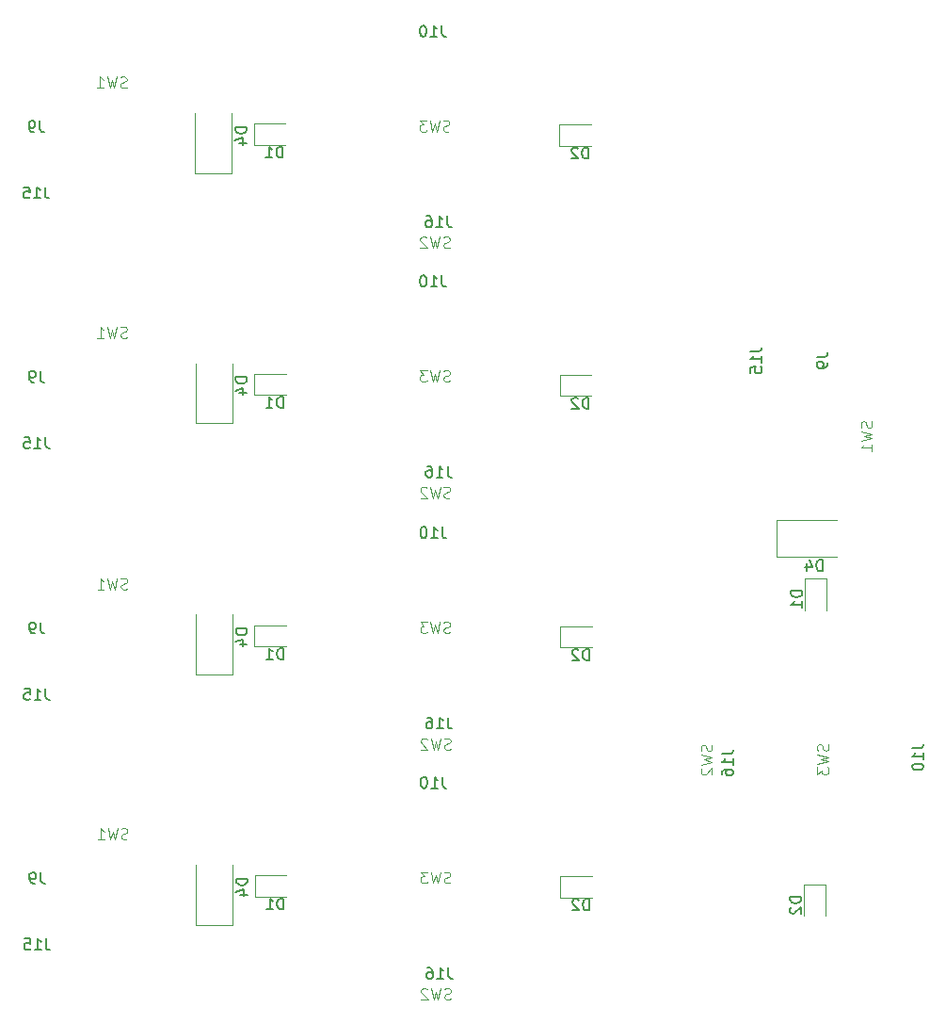
<source format=gbr>
G04 #@! TF.GenerationSoftware,KiCad,Pcbnew,(5.1.4)-1*
G04 #@! TF.CreationDate,2020-04-09T11:04:36+02:00*
G04 #@! TF.ProjectId,output.test_prod_sky,6f757470-7574-42e7-9465-73745f70726f,rev?*
G04 #@! TF.SameCoordinates,Original*
G04 #@! TF.FileFunction,Legend,Bot*
G04 #@! TF.FilePolarity,Positive*
%FSLAX46Y46*%
G04 Gerber Fmt 4.6, Leading zero omitted, Abs format (unit mm)*
G04 Created by KiCad (PCBNEW (5.1.4)-1) date 2020-04-09 11:04:36*
%MOMM*%
%LPD*%
G04 APERTURE LIST*
%ADD10C,0.120000*%
%ADD11C,0.150000*%
%ADD12C,0.015000*%
G04 APERTURE END LIST*
D10*
X187140000Y-93380000D02*
X187140000Y-90080000D01*
X187140000Y-90080000D02*
X192540000Y-90080000D01*
X187140000Y-93380000D02*
X192540000Y-93380000D01*
X189672000Y-98202000D02*
X189672000Y-95342000D01*
X189672000Y-95342000D02*
X191592000Y-95342000D01*
X191592000Y-95342000D02*
X191592000Y-98202000D01*
X189590000Y-125700000D02*
X189590000Y-122840000D01*
X189590000Y-122840000D02*
X191510000Y-122840000D01*
X191510000Y-122840000D02*
X191510000Y-125700000D01*
X167615000Y-54565000D02*
X170475000Y-54565000D01*
X167615000Y-56485000D02*
X167615000Y-54565000D01*
X170475000Y-56485000D02*
X167615000Y-56485000D01*
X138180000Y-81410000D02*
X134880000Y-81410000D01*
X134880000Y-81410000D02*
X134880000Y-76010000D01*
X138180000Y-81410000D02*
X138180000Y-76010000D01*
X143002000Y-78878000D02*
X140142000Y-78878000D01*
X140142000Y-78878000D02*
X140142000Y-76958000D01*
X140142000Y-76958000D02*
X143002000Y-76958000D01*
X170500000Y-78960000D02*
X167640000Y-78960000D01*
X167640000Y-78960000D02*
X167640000Y-77040000D01*
X167640000Y-77040000D02*
X170500000Y-77040000D01*
X140117000Y-54483000D02*
X142977000Y-54483000D01*
X140117000Y-56403000D02*
X140117000Y-54483000D01*
X142977000Y-56403000D02*
X140117000Y-56403000D01*
X138155000Y-58935000D02*
X138155000Y-53535000D01*
X134855000Y-58935000D02*
X134855000Y-53535000D01*
X138155000Y-58935000D02*
X134855000Y-58935000D01*
X138205000Y-104010000D02*
X134905000Y-104010000D01*
X134905000Y-104010000D02*
X134905000Y-98610000D01*
X138205000Y-104010000D02*
X138205000Y-98610000D01*
X143027000Y-101478000D02*
X140167000Y-101478000D01*
X140167000Y-101478000D02*
X140167000Y-99558000D01*
X140167000Y-99558000D02*
X143027000Y-99558000D01*
X170525000Y-101560000D02*
X167665000Y-101560000D01*
X167665000Y-101560000D02*
X167665000Y-99640000D01*
X167665000Y-99640000D02*
X170525000Y-99640000D01*
X138230000Y-126485000D02*
X138230000Y-121085000D01*
X134930000Y-126485000D02*
X134930000Y-121085000D01*
X138230000Y-126485000D02*
X134930000Y-126485000D01*
X167690000Y-122115000D02*
X170550000Y-122115000D01*
X167690000Y-124035000D02*
X167690000Y-122115000D01*
X170550000Y-124035000D02*
X167690000Y-124035000D01*
X140192000Y-122033000D02*
X143052000Y-122033000D01*
X140192000Y-123953000D02*
X140192000Y-122033000D01*
X143052000Y-123953000D02*
X140192000Y-123953000D01*
D11*
X199332380Y-110610476D02*
X200046666Y-110610476D01*
X200189523Y-110562857D01*
X200284761Y-110467619D01*
X200332380Y-110324761D01*
X200332380Y-110229523D01*
X200332380Y-111610476D02*
X200332380Y-111039047D01*
X200332380Y-111324761D02*
X199332380Y-111324761D01*
X199475238Y-111229523D01*
X199570476Y-111134285D01*
X199618095Y-111039047D01*
X199332380Y-112229523D02*
X199332380Y-112324761D01*
X199380000Y-112420000D01*
X199427619Y-112467619D01*
X199522857Y-112515238D01*
X199713333Y-112562857D01*
X199951428Y-112562857D01*
X200141904Y-112515238D01*
X200237142Y-112467619D01*
X200284761Y-112420000D01*
X200332380Y-112324761D01*
X200332380Y-112229523D01*
X200284761Y-112134285D01*
X200237142Y-112086666D01*
X200141904Y-112039047D01*
X199951428Y-111991428D01*
X199713333Y-111991428D01*
X199522857Y-112039047D01*
X199427619Y-112086666D01*
X199380000Y-112134285D01*
X199332380Y-112229523D01*
X182202380Y-111130476D02*
X182916666Y-111130476D01*
X183059523Y-111082857D01*
X183154761Y-110987619D01*
X183202380Y-110844761D01*
X183202380Y-110749523D01*
X183202380Y-112130476D02*
X183202380Y-111559047D01*
X183202380Y-111844761D02*
X182202380Y-111844761D01*
X182345238Y-111749523D01*
X182440476Y-111654285D01*
X182488095Y-111559047D01*
X182202380Y-112987619D02*
X182202380Y-112797142D01*
X182250000Y-112701904D01*
X182297619Y-112654285D01*
X182440476Y-112559047D01*
X182630952Y-112511428D01*
X183011904Y-112511428D01*
X183107142Y-112559047D01*
X183154761Y-112606666D01*
X183202380Y-112701904D01*
X183202380Y-112892380D01*
X183154761Y-112987619D01*
X183107142Y-113035238D01*
X183011904Y-113082857D01*
X182773809Y-113082857D01*
X182678571Y-113035238D01*
X182630952Y-112987619D01*
X182583333Y-112892380D01*
X182583333Y-112701904D01*
X182630952Y-112606666D01*
X182678571Y-112559047D01*
X182773809Y-112511428D01*
X190752380Y-75436666D02*
X191466666Y-75436666D01*
X191609523Y-75389047D01*
X191704761Y-75293809D01*
X191752380Y-75150952D01*
X191752380Y-75055714D01*
X191752380Y-75960476D02*
X191752380Y-76150952D01*
X191704761Y-76246190D01*
X191657142Y-76293809D01*
X191514285Y-76389047D01*
X191323809Y-76436666D01*
X190942857Y-76436666D01*
X190847619Y-76389047D01*
X190800000Y-76341428D01*
X190752380Y-76246190D01*
X190752380Y-76055714D01*
X190800000Y-75960476D01*
X190847619Y-75912857D01*
X190942857Y-75865238D01*
X191180952Y-75865238D01*
X191276190Y-75912857D01*
X191323809Y-75960476D01*
X191371428Y-76055714D01*
X191371428Y-76246190D01*
X191323809Y-76341428D01*
X191276190Y-76389047D01*
X191180952Y-76436666D01*
X184802380Y-74950476D02*
X185516666Y-74950476D01*
X185659523Y-74902857D01*
X185754761Y-74807619D01*
X185802380Y-74664761D01*
X185802380Y-74569523D01*
X185802380Y-75950476D02*
X185802380Y-75379047D01*
X185802380Y-75664761D02*
X184802380Y-75664761D01*
X184945238Y-75569523D01*
X185040476Y-75474285D01*
X185088095Y-75379047D01*
X184802380Y-76855238D02*
X184802380Y-76379047D01*
X185278571Y-76331428D01*
X185230952Y-76379047D01*
X185183333Y-76474285D01*
X185183333Y-76712380D01*
X185230952Y-76807619D01*
X185278571Y-76855238D01*
X185373809Y-76902857D01*
X185611904Y-76902857D01*
X185707142Y-76855238D01*
X185754761Y-76807619D01*
X185802380Y-76712380D01*
X185802380Y-76474285D01*
X185754761Y-76379047D01*
X185707142Y-76331428D01*
X191278095Y-94682380D02*
X191278095Y-93682380D01*
X191040000Y-93682380D01*
X190897142Y-93730000D01*
X190801904Y-93825238D01*
X190754285Y-93920476D01*
X190706666Y-94110952D01*
X190706666Y-94253809D01*
X190754285Y-94444285D01*
X190801904Y-94539523D01*
X190897142Y-94634761D01*
X191040000Y-94682380D01*
X191278095Y-94682380D01*
X189849523Y-94015714D02*
X189849523Y-94682380D01*
X190087619Y-93634761D02*
X190325714Y-94349047D01*
X189706666Y-94349047D01*
D12*
X195676589Y-81239631D02*
X195724273Y-81382681D01*
X195724273Y-81621099D01*
X195676589Y-81716466D01*
X195628906Y-81764150D01*
X195533539Y-81811833D01*
X195438172Y-81811833D01*
X195342805Y-81764150D01*
X195295121Y-81716466D01*
X195247438Y-81621099D01*
X195199754Y-81430365D01*
X195152071Y-81334998D01*
X195104387Y-81287314D01*
X195009020Y-81239631D01*
X194913653Y-81239631D01*
X194818286Y-81287314D01*
X194770603Y-81334998D01*
X194722919Y-81430365D01*
X194722919Y-81668783D01*
X194770603Y-81811833D01*
X194722919Y-82145618D02*
X195724273Y-82384035D01*
X195009020Y-82574770D01*
X195724273Y-82765504D01*
X194722919Y-83003921D01*
X195724273Y-83909908D02*
X195724273Y-83337706D01*
X195724273Y-83623807D02*
X194722919Y-83623807D01*
X194865970Y-83528440D01*
X194961337Y-83433073D01*
X195009020Y-83337706D01*
X181284029Y-110310091D02*
X181331713Y-110453141D01*
X181331713Y-110691559D01*
X181284029Y-110786926D01*
X181236346Y-110834610D01*
X181140979Y-110882293D01*
X181045612Y-110882293D01*
X180950245Y-110834610D01*
X180902561Y-110786926D01*
X180854878Y-110691559D01*
X180807194Y-110500825D01*
X180759511Y-110405458D01*
X180711827Y-110357774D01*
X180616460Y-110310091D01*
X180521093Y-110310091D01*
X180425726Y-110357774D01*
X180378043Y-110405458D01*
X180330359Y-110500825D01*
X180330359Y-110739243D01*
X180378043Y-110882293D01*
X180330359Y-111216078D02*
X181331713Y-111454495D01*
X180616460Y-111645230D01*
X181331713Y-111835964D01*
X180330359Y-112074381D01*
X180425726Y-112408166D02*
X180378043Y-112455849D01*
X180330359Y-112551216D01*
X180330359Y-112789634D01*
X180378043Y-112885001D01*
X180425726Y-112932685D01*
X180521093Y-112980368D01*
X180616460Y-112980368D01*
X180759511Y-112932685D01*
X181331713Y-112360482D01*
X181331713Y-112980368D01*
X191754029Y-110270091D02*
X191801713Y-110413141D01*
X191801713Y-110651559D01*
X191754029Y-110746926D01*
X191706346Y-110794610D01*
X191610979Y-110842293D01*
X191515612Y-110842293D01*
X191420245Y-110794610D01*
X191372561Y-110746926D01*
X191324878Y-110651559D01*
X191277194Y-110460825D01*
X191229511Y-110365458D01*
X191181827Y-110317774D01*
X191086460Y-110270091D01*
X190991093Y-110270091D01*
X190895726Y-110317774D01*
X190848043Y-110365458D01*
X190800359Y-110460825D01*
X190800359Y-110699243D01*
X190848043Y-110842293D01*
X190800359Y-111176078D02*
X191801713Y-111414495D01*
X191086460Y-111605230D01*
X191801713Y-111795964D01*
X190800359Y-112034381D01*
X190800359Y-112320482D02*
X190800359Y-112940368D01*
X191181827Y-112606584D01*
X191181827Y-112749634D01*
X191229511Y-112845001D01*
X191277194Y-112892685D01*
X191372561Y-112940368D01*
X191610979Y-112940368D01*
X191706346Y-112892685D01*
X191754029Y-112845001D01*
X191801713Y-112749634D01*
X191801713Y-112463533D01*
X191754029Y-112368166D01*
X191706346Y-112320482D01*
D11*
X189434380Y-96463904D02*
X188434380Y-96463904D01*
X188434380Y-96702000D01*
X188482000Y-96844857D01*
X188577238Y-96940095D01*
X188672476Y-96987714D01*
X188862952Y-97035333D01*
X189005809Y-97035333D01*
X189196285Y-96987714D01*
X189291523Y-96940095D01*
X189386761Y-96844857D01*
X189434380Y-96702000D01*
X189434380Y-96463904D01*
X189434380Y-97987714D02*
X189434380Y-97416285D01*
X189434380Y-97702000D02*
X188434380Y-97702000D01*
X188577238Y-97606761D01*
X188672476Y-97511523D01*
X188720095Y-97416285D01*
X189352380Y-123961904D02*
X188352380Y-123961904D01*
X188352380Y-124200000D01*
X188400000Y-124342857D01*
X188495238Y-124438095D01*
X188590476Y-124485714D01*
X188780952Y-124533333D01*
X188923809Y-124533333D01*
X189114285Y-124485714D01*
X189209523Y-124438095D01*
X189304761Y-124342857D01*
X189352380Y-124200000D01*
X189352380Y-123961904D01*
X188447619Y-124914285D02*
X188400000Y-124961904D01*
X188352380Y-125057142D01*
X188352380Y-125295238D01*
X188400000Y-125390476D01*
X188447619Y-125438095D01*
X188542857Y-125485714D01*
X188638095Y-125485714D01*
X188780952Y-125438095D01*
X189352380Y-124866666D01*
X189352380Y-125485714D01*
X157029523Y-68122380D02*
X157029523Y-68836666D01*
X157077142Y-68979523D01*
X157172380Y-69074761D01*
X157315238Y-69122380D01*
X157410476Y-69122380D01*
X156029523Y-69122380D02*
X156600952Y-69122380D01*
X156315238Y-69122380D02*
X156315238Y-68122380D01*
X156410476Y-68265238D01*
X156505714Y-68360476D01*
X156600952Y-68408095D01*
X155410476Y-68122380D02*
X155315238Y-68122380D01*
X155220000Y-68170000D01*
X155172380Y-68217619D01*
X155124761Y-68312857D01*
X155077142Y-68503333D01*
X155077142Y-68741428D01*
X155124761Y-68931904D01*
X155172380Y-69027142D01*
X155220000Y-69074761D01*
X155315238Y-69122380D01*
X155410476Y-69122380D01*
X155505714Y-69074761D01*
X155553333Y-69027142D01*
X155600952Y-68931904D01*
X155648571Y-68741428D01*
X155648571Y-68503333D01*
X155600952Y-68312857D01*
X155553333Y-68217619D01*
X155505714Y-68170000D01*
X155410476Y-68122380D01*
X157549523Y-85252380D02*
X157549523Y-85966666D01*
X157597142Y-86109523D01*
X157692380Y-86204761D01*
X157835238Y-86252380D01*
X157930476Y-86252380D01*
X156549523Y-86252380D02*
X157120952Y-86252380D01*
X156835238Y-86252380D02*
X156835238Y-85252380D01*
X156930476Y-85395238D01*
X157025714Y-85490476D01*
X157120952Y-85538095D01*
X155692380Y-85252380D02*
X155882857Y-85252380D01*
X155978095Y-85300000D01*
X156025714Y-85347619D01*
X156120952Y-85490476D01*
X156168571Y-85680952D01*
X156168571Y-86061904D01*
X156120952Y-86157142D01*
X156073333Y-86204761D01*
X155978095Y-86252380D01*
X155787619Y-86252380D01*
X155692380Y-86204761D01*
X155644761Y-86157142D01*
X155597142Y-86061904D01*
X155597142Y-85823809D01*
X155644761Y-85728571D01*
X155692380Y-85680952D01*
X155787619Y-85633333D01*
X155978095Y-85633333D01*
X156073333Y-85680952D01*
X156120952Y-85728571D01*
X156168571Y-85823809D01*
X120903333Y-76702380D02*
X120903333Y-77416666D01*
X120950952Y-77559523D01*
X121046190Y-77654761D01*
X121189047Y-77702380D01*
X121284285Y-77702380D01*
X120379523Y-77702380D02*
X120189047Y-77702380D01*
X120093809Y-77654761D01*
X120046190Y-77607142D01*
X119950952Y-77464285D01*
X119903333Y-77273809D01*
X119903333Y-76892857D01*
X119950952Y-76797619D01*
X119998571Y-76750000D01*
X120093809Y-76702380D01*
X120284285Y-76702380D01*
X120379523Y-76750000D01*
X120427142Y-76797619D01*
X120474761Y-76892857D01*
X120474761Y-77130952D01*
X120427142Y-77226190D01*
X120379523Y-77273809D01*
X120284285Y-77321428D01*
X120093809Y-77321428D01*
X119998571Y-77273809D01*
X119950952Y-77226190D01*
X119903333Y-77130952D01*
X121369523Y-82652380D02*
X121369523Y-83366666D01*
X121417142Y-83509523D01*
X121512380Y-83604761D01*
X121655238Y-83652380D01*
X121750476Y-83652380D01*
X120369523Y-83652380D02*
X120940952Y-83652380D01*
X120655238Y-83652380D02*
X120655238Y-82652380D01*
X120750476Y-82795238D01*
X120845714Y-82890476D01*
X120940952Y-82938095D01*
X119464761Y-82652380D02*
X119940952Y-82652380D01*
X119988571Y-83128571D01*
X119940952Y-83080952D01*
X119845714Y-83033333D01*
X119607619Y-83033333D01*
X119512380Y-83080952D01*
X119464761Y-83128571D01*
X119417142Y-83223809D01*
X119417142Y-83461904D01*
X119464761Y-83557142D01*
X119512380Y-83604761D01*
X119607619Y-83652380D01*
X119845714Y-83652380D01*
X119940952Y-83604761D01*
X119988571Y-83557142D01*
X170213095Y-57627380D02*
X170213095Y-56627380D01*
X169975000Y-56627380D01*
X169832142Y-56675000D01*
X169736904Y-56770238D01*
X169689285Y-56865476D01*
X169641666Y-57055952D01*
X169641666Y-57198809D01*
X169689285Y-57389285D01*
X169736904Y-57484523D01*
X169832142Y-57579761D01*
X169975000Y-57627380D01*
X170213095Y-57627380D01*
X169260714Y-56722619D02*
X169213095Y-56675000D01*
X169117857Y-56627380D01*
X168879761Y-56627380D01*
X168784523Y-56675000D01*
X168736904Y-56722619D01*
X168689285Y-56817857D01*
X168689285Y-56913095D01*
X168736904Y-57055952D01*
X169308333Y-57627380D01*
X168689285Y-57627380D01*
X139482380Y-77271904D02*
X138482380Y-77271904D01*
X138482380Y-77510000D01*
X138530000Y-77652857D01*
X138625238Y-77748095D01*
X138720476Y-77795714D01*
X138910952Y-77843333D01*
X139053809Y-77843333D01*
X139244285Y-77795714D01*
X139339523Y-77748095D01*
X139434761Y-77652857D01*
X139482380Y-77510000D01*
X139482380Y-77271904D01*
X138815714Y-78700476D02*
X139482380Y-78700476D01*
X138434761Y-78462380D02*
X139149047Y-78224285D01*
X139149047Y-78843333D01*
D12*
X128709908Y-73684029D02*
X128566858Y-73731713D01*
X128328440Y-73731713D01*
X128233073Y-73684029D01*
X128185389Y-73636346D01*
X128137706Y-73540979D01*
X128137706Y-73445612D01*
X128185389Y-73350245D01*
X128233073Y-73302561D01*
X128328440Y-73254878D01*
X128519174Y-73207194D01*
X128614541Y-73159511D01*
X128662225Y-73111827D01*
X128709908Y-73016460D01*
X128709908Y-72921093D01*
X128662225Y-72825726D01*
X128614541Y-72778043D01*
X128519174Y-72730359D01*
X128280756Y-72730359D01*
X128137706Y-72778043D01*
X127803921Y-72730359D02*
X127565504Y-73731713D01*
X127374770Y-73016460D01*
X127184035Y-73731713D01*
X126945618Y-72730359D01*
X126039631Y-73731713D02*
X126611833Y-73731713D01*
X126325732Y-73731713D02*
X126325732Y-72730359D01*
X126421099Y-72873410D01*
X126516466Y-72968777D01*
X126611833Y-73016460D01*
X157780368Y-88076589D02*
X157637318Y-88124273D01*
X157398900Y-88124273D01*
X157303533Y-88076589D01*
X157255849Y-88028906D01*
X157208166Y-87933539D01*
X157208166Y-87838172D01*
X157255849Y-87742805D01*
X157303533Y-87695121D01*
X157398900Y-87647438D01*
X157589634Y-87599754D01*
X157685001Y-87552071D01*
X157732685Y-87504387D01*
X157780368Y-87409020D01*
X157780368Y-87313653D01*
X157732685Y-87218286D01*
X157685001Y-87170603D01*
X157589634Y-87122919D01*
X157351216Y-87122919D01*
X157208166Y-87170603D01*
X156874381Y-87122919D02*
X156635964Y-88124273D01*
X156445230Y-87409020D01*
X156254495Y-88124273D01*
X156016078Y-87122919D01*
X155682293Y-87218286D02*
X155634610Y-87170603D01*
X155539243Y-87122919D01*
X155300825Y-87122919D01*
X155205458Y-87170603D01*
X155157774Y-87218286D01*
X155110091Y-87313653D01*
X155110091Y-87409020D01*
X155157774Y-87552071D01*
X155729977Y-88124273D01*
X155110091Y-88124273D01*
X157740368Y-77606589D02*
X157597318Y-77654273D01*
X157358900Y-77654273D01*
X157263533Y-77606589D01*
X157215849Y-77558906D01*
X157168166Y-77463539D01*
X157168166Y-77368172D01*
X157215849Y-77272805D01*
X157263533Y-77225121D01*
X157358900Y-77177438D01*
X157549634Y-77129754D01*
X157645001Y-77082071D01*
X157692685Y-77034387D01*
X157740368Y-76939020D01*
X157740368Y-76843653D01*
X157692685Y-76748286D01*
X157645001Y-76700603D01*
X157549634Y-76652919D01*
X157311216Y-76652919D01*
X157168166Y-76700603D01*
X156834381Y-76652919D02*
X156595964Y-77654273D01*
X156405230Y-76939020D01*
X156214495Y-77654273D01*
X155976078Y-76652919D01*
X155689977Y-76652919D02*
X155070091Y-76652919D01*
X155403876Y-77034387D01*
X155260825Y-77034387D01*
X155165458Y-77082071D01*
X155117774Y-77129754D01*
X155070091Y-77225121D01*
X155070091Y-77463539D01*
X155117774Y-77558906D01*
X155165458Y-77606589D01*
X155260825Y-77654273D01*
X155546926Y-77654273D01*
X155642293Y-77606589D01*
X155689977Y-77558906D01*
D11*
X142740095Y-80020380D02*
X142740095Y-79020380D01*
X142502000Y-79020380D01*
X142359142Y-79068000D01*
X142263904Y-79163238D01*
X142216285Y-79258476D01*
X142168666Y-79448952D01*
X142168666Y-79591809D01*
X142216285Y-79782285D01*
X142263904Y-79877523D01*
X142359142Y-79972761D01*
X142502000Y-80020380D01*
X142740095Y-80020380D01*
X141216285Y-80020380D02*
X141787714Y-80020380D01*
X141502000Y-80020380D02*
X141502000Y-79020380D01*
X141597238Y-79163238D01*
X141692476Y-79258476D01*
X141787714Y-79306095D01*
X170238095Y-80102380D02*
X170238095Y-79102380D01*
X170000000Y-79102380D01*
X169857142Y-79150000D01*
X169761904Y-79245238D01*
X169714285Y-79340476D01*
X169666666Y-79530952D01*
X169666666Y-79673809D01*
X169714285Y-79864285D01*
X169761904Y-79959523D01*
X169857142Y-80054761D01*
X170000000Y-80102380D01*
X170238095Y-80102380D01*
X169285714Y-79197619D02*
X169238095Y-79150000D01*
X169142857Y-79102380D01*
X168904761Y-79102380D01*
X168809523Y-79150000D01*
X168761904Y-79197619D01*
X168714285Y-79292857D01*
X168714285Y-79388095D01*
X168761904Y-79530952D01*
X169333333Y-80102380D01*
X168714285Y-80102380D01*
X142715095Y-57545380D02*
X142715095Y-56545380D01*
X142477000Y-56545380D01*
X142334142Y-56593000D01*
X142238904Y-56688238D01*
X142191285Y-56783476D01*
X142143666Y-56973952D01*
X142143666Y-57116809D01*
X142191285Y-57307285D01*
X142238904Y-57402523D01*
X142334142Y-57497761D01*
X142477000Y-57545380D01*
X142715095Y-57545380D01*
X141191285Y-57545380D02*
X141762714Y-57545380D01*
X141477000Y-57545380D02*
X141477000Y-56545380D01*
X141572238Y-56688238D01*
X141667476Y-56783476D01*
X141762714Y-56831095D01*
X139457380Y-54796904D02*
X138457380Y-54796904D01*
X138457380Y-55035000D01*
X138505000Y-55177857D01*
X138600238Y-55273095D01*
X138695476Y-55320714D01*
X138885952Y-55368333D01*
X139028809Y-55368333D01*
X139219285Y-55320714D01*
X139314523Y-55273095D01*
X139409761Y-55177857D01*
X139457380Y-55035000D01*
X139457380Y-54796904D01*
X138790714Y-56225476D02*
X139457380Y-56225476D01*
X138409761Y-55987380D02*
X139124047Y-55749285D01*
X139124047Y-56368333D01*
D12*
X157755368Y-65601589D02*
X157612318Y-65649273D01*
X157373900Y-65649273D01*
X157278533Y-65601589D01*
X157230849Y-65553906D01*
X157183166Y-65458539D01*
X157183166Y-65363172D01*
X157230849Y-65267805D01*
X157278533Y-65220121D01*
X157373900Y-65172438D01*
X157564634Y-65124754D01*
X157660001Y-65077071D01*
X157707685Y-65029387D01*
X157755368Y-64934020D01*
X157755368Y-64838653D01*
X157707685Y-64743286D01*
X157660001Y-64695603D01*
X157564634Y-64647919D01*
X157326216Y-64647919D01*
X157183166Y-64695603D01*
X156849381Y-64647919D02*
X156610964Y-65649273D01*
X156420230Y-64934020D01*
X156229495Y-65649273D01*
X155991078Y-64647919D01*
X155657293Y-64743286D02*
X155609610Y-64695603D01*
X155514243Y-64647919D01*
X155275825Y-64647919D01*
X155180458Y-64695603D01*
X155132774Y-64743286D01*
X155085091Y-64838653D01*
X155085091Y-64934020D01*
X155132774Y-65077071D01*
X155704977Y-65649273D01*
X155085091Y-65649273D01*
D11*
X157004523Y-45647380D02*
X157004523Y-46361666D01*
X157052142Y-46504523D01*
X157147380Y-46599761D01*
X157290238Y-46647380D01*
X157385476Y-46647380D01*
X156004523Y-46647380D02*
X156575952Y-46647380D01*
X156290238Y-46647380D02*
X156290238Y-45647380D01*
X156385476Y-45790238D01*
X156480714Y-45885476D01*
X156575952Y-45933095D01*
X155385476Y-45647380D02*
X155290238Y-45647380D01*
X155195000Y-45695000D01*
X155147380Y-45742619D01*
X155099761Y-45837857D01*
X155052142Y-46028333D01*
X155052142Y-46266428D01*
X155099761Y-46456904D01*
X155147380Y-46552142D01*
X155195000Y-46599761D01*
X155290238Y-46647380D01*
X155385476Y-46647380D01*
X155480714Y-46599761D01*
X155528333Y-46552142D01*
X155575952Y-46456904D01*
X155623571Y-46266428D01*
X155623571Y-46028333D01*
X155575952Y-45837857D01*
X155528333Y-45742619D01*
X155480714Y-45695000D01*
X155385476Y-45647380D01*
D12*
X157715368Y-55131589D02*
X157572318Y-55179273D01*
X157333900Y-55179273D01*
X157238533Y-55131589D01*
X157190849Y-55083906D01*
X157143166Y-54988539D01*
X157143166Y-54893172D01*
X157190849Y-54797805D01*
X157238533Y-54750121D01*
X157333900Y-54702438D01*
X157524634Y-54654754D01*
X157620001Y-54607071D01*
X157667685Y-54559387D01*
X157715368Y-54464020D01*
X157715368Y-54368653D01*
X157667685Y-54273286D01*
X157620001Y-54225603D01*
X157524634Y-54177919D01*
X157286216Y-54177919D01*
X157143166Y-54225603D01*
X156809381Y-54177919D02*
X156570964Y-55179273D01*
X156380230Y-54464020D01*
X156189495Y-55179273D01*
X155951078Y-54177919D01*
X155664977Y-54177919D02*
X155045091Y-54177919D01*
X155378876Y-54559387D01*
X155235825Y-54559387D01*
X155140458Y-54607071D01*
X155092774Y-54654754D01*
X155045091Y-54750121D01*
X155045091Y-54988539D01*
X155092774Y-55083906D01*
X155140458Y-55131589D01*
X155235825Y-55179273D01*
X155521926Y-55179273D01*
X155617293Y-55131589D01*
X155664977Y-55083906D01*
D11*
X157524523Y-62777380D02*
X157524523Y-63491666D01*
X157572142Y-63634523D01*
X157667380Y-63729761D01*
X157810238Y-63777380D01*
X157905476Y-63777380D01*
X156524523Y-63777380D02*
X157095952Y-63777380D01*
X156810238Y-63777380D02*
X156810238Y-62777380D01*
X156905476Y-62920238D01*
X157000714Y-63015476D01*
X157095952Y-63063095D01*
X155667380Y-62777380D02*
X155857857Y-62777380D01*
X155953095Y-62825000D01*
X156000714Y-62872619D01*
X156095952Y-63015476D01*
X156143571Y-63205952D01*
X156143571Y-63586904D01*
X156095952Y-63682142D01*
X156048333Y-63729761D01*
X155953095Y-63777380D01*
X155762619Y-63777380D01*
X155667380Y-63729761D01*
X155619761Y-63682142D01*
X155572142Y-63586904D01*
X155572142Y-63348809D01*
X155619761Y-63253571D01*
X155667380Y-63205952D01*
X155762619Y-63158333D01*
X155953095Y-63158333D01*
X156048333Y-63205952D01*
X156095952Y-63253571D01*
X156143571Y-63348809D01*
X120878333Y-54227380D02*
X120878333Y-54941666D01*
X120925952Y-55084523D01*
X121021190Y-55179761D01*
X121164047Y-55227380D01*
X121259285Y-55227380D01*
X120354523Y-55227380D02*
X120164047Y-55227380D01*
X120068809Y-55179761D01*
X120021190Y-55132142D01*
X119925952Y-54989285D01*
X119878333Y-54798809D01*
X119878333Y-54417857D01*
X119925952Y-54322619D01*
X119973571Y-54275000D01*
X120068809Y-54227380D01*
X120259285Y-54227380D01*
X120354523Y-54275000D01*
X120402142Y-54322619D01*
X120449761Y-54417857D01*
X120449761Y-54655952D01*
X120402142Y-54751190D01*
X120354523Y-54798809D01*
X120259285Y-54846428D01*
X120068809Y-54846428D01*
X119973571Y-54798809D01*
X119925952Y-54751190D01*
X119878333Y-54655952D01*
D12*
X128684908Y-51209029D02*
X128541858Y-51256713D01*
X128303440Y-51256713D01*
X128208073Y-51209029D01*
X128160389Y-51161346D01*
X128112706Y-51065979D01*
X128112706Y-50970612D01*
X128160389Y-50875245D01*
X128208073Y-50827561D01*
X128303440Y-50779878D01*
X128494174Y-50732194D01*
X128589541Y-50684511D01*
X128637225Y-50636827D01*
X128684908Y-50541460D01*
X128684908Y-50446093D01*
X128637225Y-50350726D01*
X128589541Y-50303043D01*
X128494174Y-50255359D01*
X128255756Y-50255359D01*
X128112706Y-50303043D01*
X127778921Y-50255359D02*
X127540504Y-51256713D01*
X127349770Y-50541460D01*
X127159035Y-51256713D01*
X126920618Y-50255359D01*
X126014631Y-51256713D02*
X126586833Y-51256713D01*
X126300732Y-51256713D02*
X126300732Y-50255359D01*
X126396099Y-50398410D01*
X126491466Y-50493777D01*
X126586833Y-50541460D01*
D11*
X121344523Y-60177380D02*
X121344523Y-60891666D01*
X121392142Y-61034523D01*
X121487380Y-61129761D01*
X121630238Y-61177380D01*
X121725476Y-61177380D01*
X120344523Y-61177380D02*
X120915952Y-61177380D01*
X120630238Y-61177380D02*
X120630238Y-60177380D01*
X120725476Y-60320238D01*
X120820714Y-60415476D01*
X120915952Y-60463095D01*
X119439761Y-60177380D02*
X119915952Y-60177380D01*
X119963571Y-60653571D01*
X119915952Y-60605952D01*
X119820714Y-60558333D01*
X119582619Y-60558333D01*
X119487380Y-60605952D01*
X119439761Y-60653571D01*
X119392142Y-60748809D01*
X119392142Y-60986904D01*
X119439761Y-61082142D01*
X119487380Y-61129761D01*
X119582619Y-61177380D01*
X119820714Y-61177380D01*
X119915952Y-61129761D01*
X119963571Y-61082142D01*
X157054523Y-90722380D02*
X157054523Y-91436666D01*
X157102142Y-91579523D01*
X157197380Y-91674761D01*
X157340238Y-91722380D01*
X157435476Y-91722380D01*
X156054523Y-91722380D02*
X156625952Y-91722380D01*
X156340238Y-91722380D02*
X156340238Y-90722380D01*
X156435476Y-90865238D01*
X156530714Y-90960476D01*
X156625952Y-91008095D01*
X155435476Y-90722380D02*
X155340238Y-90722380D01*
X155245000Y-90770000D01*
X155197380Y-90817619D01*
X155149761Y-90912857D01*
X155102142Y-91103333D01*
X155102142Y-91341428D01*
X155149761Y-91531904D01*
X155197380Y-91627142D01*
X155245000Y-91674761D01*
X155340238Y-91722380D01*
X155435476Y-91722380D01*
X155530714Y-91674761D01*
X155578333Y-91627142D01*
X155625952Y-91531904D01*
X155673571Y-91341428D01*
X155673571Y-91103333D01*
X155625952Y-90912857D01*
X155578333Y-90817619D01*
X155530714Y-90770000D01*
X155435476Y-90722380D01*
X157574523Y-107852380D02*
X157574523Y-108566666D01*
X157622142Y-108709523D01*
X157717380Y-108804761D01*
X157860238Y-108852380D01*
X157955476Y-108852380D01*
X156574523Y-108852380D02*
X157145952Y-108852380D01*
X156860238Y-108852380D02*
X156860238Y-107852380D01*
X156955476Y-107995238D01*
X157050714Y-108090476D01*
X157145952Y-108138095D01*
X155717380Y-107852380D02*
X155907857Y-107852380D01*
X156003095Y-107900000D01*
X156050714Y-107947619D01*
X156145952Y-108090476D01*
X156193571Y-108280952D01*
X156193571Y-108661904D01*
X156145952Y-108757142D01*
X156098333Y-108804761D01*
X156003095Y-108852380D01*
X155812619Y-108852380D01*
X155717380Y-108804761D01*
X155669761Y-108757142D01*
X155622142Y-108661904D01*
X155622142Y-108423809D01*
X155669761Y-108328571D01*
X155717380Y-108280952D01*
X155812619Y-108233333D01*
X156003095Y-108233333D01*
X156098333Y-108280952D01*
X156145952Y-108328571D01*
X156193571Y-108423809D01*
X120928333Y-99302380D02*
X120928333Y-100016666D01*
X120975952Y-100159523D01*
X121071190Y-100254761D01*
X121214047Y-100302380D01*
X121309285Y-100302380D01*
X120404523Y-100302380D02*
X120214047Y-100302380D01*
X120118809Y-100254761D01*
X120071190Y-100207142D01*
X119975952Y-100064285D01*
X119928333Y-99873809D01*
X119928333Y-99492857D01*
X119975952Y-99397619D01*
X120023571Y-99350000D01*
X120118809Y-99302380D01*
X120309285Y-99302380D01*
X120404523Y-99350000D01*
X120452142Y-99397619D01*
X120499761Y-99492857D01*
X120499761Y-99730952D01*
X120452142Y-99826190D01*
X120404523Y-99873809D01*
X120309285Y-99921428D01*
X120118809Y-99921428D01*
X120023571Y-99873809D01*
X119975952Y-99826190D01*
X119928333Y-99730952D01*
X121394523Y-105252380D02*
X121394523Y-105966666D01*
X121442142Y-106109523D01*
X121537380Y-106204761D01*
X121680238Y-106252380D01*
X121775476Y-106252380D01*
X120394523Y-106252380D02*
X120965952Y-106252380D01*
X120680238Y-106252380D02*
X120680238Y-105252380D01*
X120775476Y-105395238D01*
X120870714Y-105490476D01*
X120965952Y-105538095D01*
X119489761Y-105252380D02*
X119965952Y-105252380D01*
X120013571Y-105728571D01*
X119965952Y-105680952D01*
X119870714Y-105633333D01*
X119632619Y-105633333D01*
X119537380Y-105680952D01*
X119489761Y-105728571D01*
X119442142Y-105823809D01*
X119442142Y-106061904D01*
X119489761Y-106157142D01*
X119537380Y-106204761D01*
X119632619Y-106252380D01*
X119870714Y-106252380D01*
X119965952Y-106204761D01*
X120013571Y-106157142D01*
X139507380Y-99871904D02*
X138507380Y-99871904D01*
X138507380Y-100110000D01*
X138555000Y-100252857D01*
X138650238Y-100348095D01*
X138745476Y-100395714D01*
X138935952Y-100443333D01*
X139078809Y-100443333D01*
X139269285Y-100395714D01*
X139364523Y-100348095D01*
X139459761Y-100252857D01*
X139507380Y-100110000D01*
X139507380Y-99871904D01*
X138840714Y-101300476D02*
X139507380Y-101300476D01*
X138459761Y-101062380D02*
X139174047Y-100824285D01*
X139174047Y-101443333D01*
D12*
X128734908Y-96284029D02*
X128591858Y-96331713D01*
X128353440Y-96331713D01*
X128258073Y-96284029D01*
X128210389Y-96236346D01*
X128162706Y-96140979D01*
X128162706Y-96045612D01*
X128210389Y-95950245D01*
X128258073Y-95902561D01*
X128353440Y-95854878D01*
X128544174Y-95807194D01*
X128639541Y-95759511D01*
X128687225Y-95711827D01*
X128734908Y-95616460D01*
X128734908Y-95521093D01*
X128687225Y-95425726D01*
X128639541Y-95378043D01*
X128544174Y-95330359D01*
X128305756Y-95330359D01*
X128162706Y-95378043D01*
X127828921Y-95330359D02*
X127590504Y-96331713D01*
X127399770Y-95616460D01*
X127209035Y-96331713D01*
X126970618Y-95330359D01*
X126064631Y-96331713D02*
X126636833Y-96331713D01*
X126350732Y-96331713D02*
X126350732Y-95330359D01*
X126446099Y-95473410D01*
X126541466Y-95568777D01*
X126636833Y-95616460D01*
X157805368Y-110676589D02*
X157662318Y-110724273D01*
X157423900Y-110724273D01*
X157328533Y-110676589D01*
X157280849Y-110628906D01*
X157233166Y-110533539D01*
X157233166Y-110438172D01*
X157280849Y-110342805D01*
X157328533Y-110295121D01*
X157423900Y-110247438D01*
X157614634Y-110199754D01*
X157710001Y-110152071D01*
X157757685Y-110104387D01*
X157805368Y-110009020D01*
X157805368Y-109913653D01*
X157757685Y-109818286D01*
X157710001Y-109770603D01*
X157614634Y-109722919D01*
X157376216Y-109722919D01*
X157233166Y-109770603D01*
X156899381Y-109722919D02*
X156660964Y-110724273D01*
X156470230Y-110009020D01*
X156279495Y-110724273D01*
X156041078Y-109722919D01*
X155707293Y-109818286D02*
X155659610Y-109770603D01*
X155564243Y-109722919D01*
X155325825Y-109722919D01*
X155230458Y-109770603D01*
X155182774Y-109818286D01*
X155135091Y-109913653D01*
X155135091Y-110009020D01*
X155182774Y-110152071D01*
X155754977Y-110724273D01*
X155135091Y-110724273D01*
X157765368Y-100206589D02*
X157622318Y-100254273D01*
X157383900Y-100254273D01*
X157288533Y-100206589D01*
X157240849Y-100158906D01*
X157193166Y-100063539D01*
X157193166Y-99968172D01*
X157240849Y-99872805D01*
X157288533Y-99825121D01*
X157383900Y-99777438D01*
X157574634Y-99729754D01*
X157670001Y-99682071D01*
X157717685Y-99634387D01*
X157765368Y-99539020D01*
X157765368Y-99443653D01*
X157717685Y-99348286D01*
X157670001Y-99300603D01*
X157574634Y-99252919D01*
X157336216Y-99252919D01*
X157193166Y-99300603D01*
X156859381Y-99252919D02*
X156620964Y-100254273D01*
X156430230Y-99539020D01*
X156239495Y-100254273D01*
X156001078Y-99252919D01*
X155714977Y-99252919D02*
X155095091Y-99252919D01*
X155428876Y-99634387D01*
X155285825Y-99634387D01*
X155190458Y-99682071D01*
X155142774Y-99729754D01*
X155095091Y-99825121D01*
X155095091Y-100063539D01*
X155142774Y-100158906D01*
X155190458Y-100206589D01*
X155285825Y-100254273D01*
X155571926Y-100254273D01*
X155667293Y-100206589D01*
X155714977Y-100158906D01*
D11*
X142765095Y-102620380D02*
X142765095Y-101620380D01*
X142527000Y-101620380D01*
X142384142Y-101668000D01*
X142288904Y-101763238D01*
X142241285Y-101858476D01*
X142193666Y-102048952D01*
X142193666Y-102191809D01*
X142241285Y-102382285D01*
X142288904Y-102477523D01*
X142384142Y-102572761D01*
X142527000Y-102620380D01*
X142765095Y-102620380D01*
X141241285Y-102620380D02*
X141812714Y-102620380D01*
X141527000Y-102620380D02*
X141527000Y-101620380D01*
X141622238Y-101763238D01*
X141717476Y-101858476D01*
X141812714Y-101906095D01*
X170263095Y-102702380D02*
X170263095Y-101702380D01*
X170025000Y-101702380D01*
X169882142Y-101750000D01*
X169786904Y-101845238D01*
X169739285Y-101940476D01*
X169691666Y-102130952D01*
X169691666Y-102273809D01*
X169739285Y-102464285D01*
X169786904Y-102559523D01*
X169882142Y-102654761D01*
X170025000Y-102702380D01*
X170263095Y-102702380D01*
X169310714Y-101797619D02*
X169263095Y-101750000D01*
X169167857Y-101702380D01*
X168929761Y-101702380D01*
X168834523Y-101750000D01*
X168786904Y-101797619D01*
X168739285Y-101892857D01*
X168739285Y-101988095D01*
X168786904Y-102130952D01*
X169358333Y-102702380D01*
X168739285Y-102702380D01*
X121419523Y-127727380D02*
X121419523Y-128441666D01*
X121467142Y-128584523D01*
X121562380Y-128679761D01*
X121705238Y-128727380D01*
X121800476Y-128727380D01*
X120419523Y-128727380D02*
X120990952Y-128727380D01*
X120705238Y-128727380D02*
X120705238Y-127727380D01*
X120800476Y-127870238D01*
X120895714Y-127965476D01*
X120990952Y-128013095D01*
X119514761Y-127727380D02*
X119990952Y-127727380D01*
X120038571Y-128203571D01*
X119990952Y-128155952D01*
X119895714Y-128108333D01*
X119657619Y-128108333D01*
X119562380Y-128155952D01*
X119514761Y-128203571D01*
X119467142Y-128298809D01*
X119467142Y-128536904D01*
X119514761Y-128632142D01*
X119562380Y-128679761D01*
X119657619Y-128727380D01*
X119895714Y-128727380D01*
X119990952Y-128679761D01*
X120038571Y-128632142D01*
X157599523Y-130327380D02*
X157599523Y-131041666D01*
X157647142Y-131184523D01*
X157742380Y-131279761D01*
X157885238Y-131327380D01*
X157980476Y-131327380D01*
X156599523Y-131327380D02*
X157170952Y-131327380D01*
X156885238Y-131327380D02*
X156885238Y-130327380D01*
X156980476Y-130470238D01*
X157075714Y-130565476D01*
X157170952Y-130613095D01*
X155742380Y-130327380D02*
X155932857Y-130327380D01*
X156028095Y-130375000D01*
X156075714Y-130422619D01*
X156170952Y-130565476D01*
X156218571Y-130755952D01*
X156218571Y-131136904D01*
X156170952Y-131232142D01*
X156123333Y-131279761D01*
X156028095Y-131327380D01*
X155837619Y-131327380D01*
X155742380Y-131279761D01*
X155694761Y-131232142D01*
X155647142Y-131136904D01*
X155647142Y-130898809D01*
X155694761Y-130803571D01*
X155742380Y-130755952D01*
X155837619Y-130708333D01*
X156028095Y-130708333D01*
X156123333Y-130755952D01*
X156170952Y-130803571D01*
X156218571Y-130898809D01*
X157079523Y-113197380D02*
X157079523Y-113911666D01*
X157127142Y-114054523D01*
X157222380Y-114149761D01*
X157365238Y-114197380D01*
X157460476Y-114197380D01*
X156079523Y-114197380D02*
X156650952Y-114197380D01*
X156365238Y-114197380D02*
X156365238Y-113197380D01*
X156460476Y-113340238D01*
X156555714Y-113435476D01*
X156650952Y-113483095D01*
X155460476Y-113197380D02*
X155365238Y-113197380D01*
X155270000Y-113245000D01*
X155222380Y-113292619D01*
X155174761Y-113387857D01*
X155127142Y-113578333D01*
X155127142Y-113816428D01*
X155174761Y-114006904D01*
X155222380Y-114102142D01*
X155270000Y-114149761D01*
X155365238Y-114197380D01*
X155460476Y-114197380D01*
X155555714Y-114149761D01*
X155603333Y-114102142D01*
X155650952Y-114006904D01*
X155698571Y-113816428D01*
X155698571Y-113578333D01*
X155650952Y-113387857D01*
X155603333Y-113292619D01*
X155555714Y-113245000D01*
X155460476Y-113197380D01*
X120953333Y-121777380D02*
X120953333Y-122491666D01*
X121000952Y-122634523D01*
X121096190Y-122729761D01*
X121239047Y-122777380D01*
X121334285Y-122777380D01*
X120429523Y-122777380D02*
X120239047Y-122777380D01*
X120143809Y-122729761D01*
X120096190Y-122682142D01*
X120000952Y-122539285D01*
X119953333Y-122348809D01*
X119953333Y-121967857D01*
X120000952Y-121872619D01*
X120048571Y-121825000D01*
X120143809Y-121777380D01*
X120334285Y-121777380D01*
X120429523Y-121825000D01*
X120477142Y-121872619D01*
X120524761Y-121967857D01*
X120524761Y-122205952D01*
X120477142Y-122301190D01*
X120429523Y-122348809D01*
X120334285Y-122396428D01*
X120143809Y-122396428D01*
X120048571Y-122348809D01*
X120000952Y-122301190D01*
X119953333Y-122205952D01*
D12*
X157790368Y-122681589D02*
X157647318Y-122729273D01*
X157408900Y-122729273D01*
X157313533Y-122681589D01*
X157265849Y-122633906D01*
X157218166Y-122538539D01*
X157218166Y-122443172D01*
X157265849Y-122347805D01*
X157313533Y-122300121D01*
X157408900Y-122252438D01*
X157599634Y-122204754D01*
X157695001Y-122157071D01*
X157742685Y-122109387D01*
X157790368Y-122014020D01*
X157790368Y-121918653D01*
X157742685Y-121823286D01*
X157695001Y-121775603D01*
X157599634Y-121727919D01*
X157361216Y-121727919D01*
X157218166Y-121775603D01*
X156884381Y-121727919D02*
X156645964Y-122729273D01*
X156455230Y-122014020D01*
X156264495Y-122729273D01*
X156026078Y-121727919D01*
X155739977Y-121727919D02*
X155120091Y-121727919D01*
X155453876Y-122109387D01*
X155310825Y-122109387D01*
X155215458Y-122157071D01*
X155167774Y-122204754D01*
X155120091Y-122300121D01*
X155120091Y-122538539D01*
X155167774Y-122633906D01*
X155215458Y-122681589D01*
X155310825Y-122729273D01*
X155596926Y-122729273D01*
X155692293Y-122681589D01*
X155739977Y-122633906D01*
X157830368Y-133151589D02*
X157687318Y-133199273D01*
X157448900Y-133199273D01*
X157353533Y-133151589D01*
X157305849Y-133103906D01*
X157258166Y-133008539D01*
X157258166Y-132913172D01*
X157305849Y-132817805D01*
X157353533Y-132770121D01*
X157448900Y-132722438D01*
X157639634Y-132674754D01*
X157735001Y-132627071D01*
X157782685Y-132579387D01*
X157830368Y-132484020D01*
X157830368Y-132388653D01*
X157782685Y-132293286D01*
X157735001Y-132245603D01*
X157639634Y-132197919D01*
X157401216Y-132197919D01*
X157258166Y-132245603D01*
X156924381Y-132197919D02*
X156685964Y-133199273D01*
X156495230Y-132484020D01*
X156304495Y-133199273D01*
X156066078Y-132197919D01*
X155732293Y-132293286D02*
X155684610Y-132245603D01*
X155589243Y-132197919D01*
X155350825Y-132197919D01*
X155255458Y-132245603D01*
X155207774Y-132293286D01*
X155160091Y-132388653D01*
X155160091Y-132484020D01*
X155207774Y-132627071D01*
X155779977Y-133199273D01*
X155160091Y-133199273D01*
X128759908Y-118759029D02*
X128616858Y-118806713D01*
X128378440Y-118806713D01*
X128283073Y-118759029D01*
X128235389Y-118711346D01*
X128187706Y-118615979D01*
X128187706Y-118520612D01*
X128235389Y-118425245D01*
X128283073Y-118377561D01*
X128378440Y-118329878D01*
X128569174Y-118282194D01*
X128664541Y-118234511D01*
X128712225Y-118186827D01*
X128759908Y-118091460D01*
X128759908Y-117996093D01*
X128712225Y-117900726D01*
X128664541Y-117853043D01*
X128569174Y-117805359D01*
X128330756Y-117805359D01*
X128187706Y-117853043D01*
X127853921Y-117805359D02*
X127615504Y-118806713D01*
X127424770Y-118091460D01*
X127234035Y-118806713D01*
X126995618Y-117805359D01*
X126089631Y-118806713D02*
X126661833Y-118806713D01*
X126375732Y-118806713D02*
X126375732Y-117805359D01*
X126471099Y-117948410D01*
X126566466Y-118043777D01*
X126661833Y-118091460D01*
D11*
X139532380Y-122346904D02*
X138532380Y-122346904D01*
X138532380Y-122585000D01*
X138580000Y-122727857D01*
X138675238Y-122823095D01*
X138770476Y-122870714D01*
X138960952Y-122918333D01*
X139103809Y-122918333D01*
X139294285Y-122870714D01*
X139389523Y-122823095D01*
X139484761Y-122727857D01*
X139532380Y-122585000D01*
X139532380Y-122346904D01*
X138865714Y-123775476D02*
X139532380Y-123775476D01*
X138484761Y-123537380D02*
X139199047Y-123299285D01*
X139199047Y-123918333D01*
X170288095Y-125177380D02*
X170288095Y-124177380D01*
X170050000Y-124177380D01*
X169907142Y-124225000D01*
X169811904Y-124320238D01*
X169764285Y-124415476D01*
X169716666Y-124605952D01*
X169716666Y-124748809D01*
X169764285Y-124939285D01*
X169811904Y-125034523D01*
X169907142Y-125129761D01*
X170050000Y-125177380D01*
X170288095Y-125177380D01*
X169335714Y-124272619D02*
X169288095Y-124225000D01*
X169192857Y-124177380D01*
X168954761Y-124177380D01*
X168859523Y-124225000D01*
X168811904Y-124272619D01*
X168764285Y-124367857D01*
X168764285Y-124463095D01*
X168811904Y-124605952D01*
X169383333Y-125177380D01*
X168764285Y-125177380D01*
X142790095Y-125095380D02*
X142790095Y-124095380D01*
X142552000Y-124095380D01*
X142409142Y-124143000D01*
X142313904Y-124238238D01*
X142266285Y-124333476D01*
X142218666Y-124523952D01*
X142218666Y-124666809D01*
X142266285Y-124857285D01*
X142313904Y-124952523D01*
X142409142Y-125047761D01*
X142552000Y-125095380D01*
X142790095Y-125095380D01*
X141266285Y-125095380D02*
X141837714Y-125095380D01*
X141552000Y-125095380D02*
X141552000Y-124095380D01*
X141647238Y-124238238D01*
X141742476Y-124333476D01*
X141837714Y-124381095D01*
M02*

</source>
